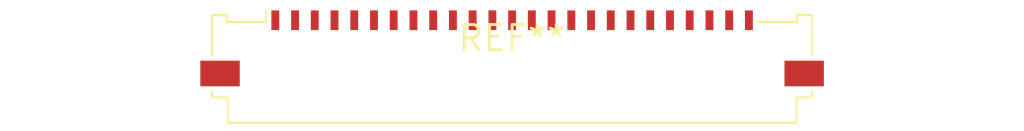
<source format=kicad_pcb>
(kicad_pcb (version 20240108) (generator pcbnew)
  (layers (0 "F.Cu" signal) (31 "B.Cu" signal) (34 "B.Paste" user) (35 "F.Paste" user) (36 "B.SilkS" user "B.Silkscreen") (37 "F.SilkS" user "F.Silkscreen") (38 "B.Mask" user) (39 "F.Mask" user) (44 "Edge.Cuts" user))
  (net 0 "")
  (footprint "Molex_200528-0250_1x25-1MP_P1.00mm_Horizontal" (layer "F.Cu") (at 0 0)
    (property "Reference" "REF**")
    (property "Value" "Molex_200528-0250_1x25-1MP_P1.00mm_Horizontal")
    (fp_line (start -15.21 -1.17) (end -15.21 0.88) (layer "F.SilkS") (stroke (width 0.12)))
    (fp_line (start -15.21 2.7) (end -15.21 3) (layer "F.SilkS") (stroke (width 0.12)))
    (fp_line (start -15.21 3) (end -14.41 3) (layer "F.SilkS") (stroke (width 0.12)))
    (fp_line (start -14.44 -1.17) (end -15.21 -1.17) (layer "F.SilkS") (stroke (width 0.12)))
    (fp_line (start -14.44 -0.82) (end -14.44 -1.17) (layer "F.SilkS") (stroke (width 0.12)))
    (fp_line (start -14.41 3) (end -14.41 4.3) (layer "F.SilkS") (stroke (width 0.12)))
    (fp_line (start -14.41 4.3) (end 14.41 4.3) (layer "F.SilkS") (stroke (width 0.12)))
    (fp_line (start -12.46 -1.41) (end -12.46 -0.82) (layer "F.SilkS") (stroke (width 0.12)))
    (fp_line (start -12.46 -0.82) (end -14.44 -0.82) (layer "F.SilkS") (stroke (width 0.12)))
    (fp_line (start 14.41 3) (end 15.21 3) (layer "F.SilkS") (stroke (width 0.12)))
    (fp_line (start 14.41 4.3) (end 14.41 3) (layer "F.SilkS") (stroke (width 0.12)))
    (fp_line (start 14.44 -1.17) (end 14.44 -0.82) (layer "F.SilkS") (stroke (width 0.12)))
    (fp_line (start 14.44 -0.82) (end 12.46 -0.82) (layer "F.SilkS") (stroke (width 0.12)))
    (fp_line (start 15.21 -1.17) (end 14.44 -1.17) (layer "F.SilkS") (stroke (width 0.12)))
    (fp_line (start 15.21 0.88) (end 15.21 -1.17) (layer "F.SilkS") (stroke (width 0.12)))
    (fp_line (start 15.21 3) (end 15.21 2.7) (layer "F.SilkS") (stroke (width 0.12)))
    (pad "1" smd rect (at -12 -0.91) (size 0.4 1) (layers "F.Cu" "F.Paste" "F.Mask"))
    (pad "2" smd rect (at -11 -0.91) (size 0.4 1) (layers "F.Cu" "F.Paste" "F.Mask"))
    (pad "3" smd rect (at -10 -0.91) (size 0.4 1) (layers "F.Cu" "F.Paste" "F.Mask"))
    (pad "4" smd rect (at -9 -0.91) (size 0.4 1) (layers "F.Cu" "F.Paste" "F.Mask"))
    (pad "5" smd rect (at -8 -0.91) (size 0.4 1) (layers "F.Cu" "F.Paste" "F.Mask"))
    (pad "6" smd rect (at -7 -0.91) (size 0.4 1) (layers "F.Cu" "F.Paste" "F.Mask"))
    (pad "7" smd rect (at -6 -0.91) (size 0.4 1) (layers "F.Cu" "F.Paste" "F.Mask"))
    (pad "8" smd rect (at -5 -0.91) (size 0.4 1) (layers "F.Cu" "F.Paste" "F.Mask"))
    (pad "9" smd rect (at -4 -0.91) (size 0.4 1) (layers "F.Cu" "F.Paste" "F.Mask"))
    (pad "10" smd rect (at -3 -0.91) (size 0.4 1) (layers "F.Cu" "F.Paste" "F.Mask"))
    (pad "11" smd rect (at -2 -0.91) (size 0.4 1) (layers "F.Cu" "F.Paste" "F.Mask"))
    (pad "12" smd rect (at -1 -0.91) (size 0.4 1) (layers "F.Cu" "F.Paste" "F.Mask"))
    (pad "13" smd rect (at 0 -0.91) (size 0.4 1) (layers "F.Cu" "F.Paste" "F.Mask"))
    (pad "14" smd rect (at 1 -0.91) (size 0.4 1) (layers "F.Cu" "F.Paste" "F.Mask"))
    (pad "15" smd rect (at 2 -0.91) (size 0.4 1) (layers "F.Cu" "F.Paste" "F.Mask"))
    (pad "16" smd rect (at 3 -0.91) (size 0.4 1) (layers "F.Cu" "F.Paste" "F.Mask"))
    (pad "17" smd rect (at 4 -0.91) (size 0.4 1) (layers "F.Cu" "F.Paste" "F.Mask"))
    (pad "18" smd rect (at 5 -0.91) (size 0.4 1) (layers "F.Cu" "F.Paste" "F.Mask"))
    (pad "19" smd rect (at 6 -0.91) (size 0.4 1) (layers "F.Cu" "F.Paste" "F.Mask"))
    (pad "20" smd rect (at 7 -0.91) (size 0.4 1) (layers "F.Cu" "F.Paste" "F.Mask"))
    (pad "21" smd rect (at 8 -0.91) (size 0.4 1) (layers "F.Cu" "F.Paste" "F.Mask"))
    (pad "22" smd rect (at 9 -0.91) (size 0.4 1) (layers "F.Cu" "F.Paste" "F.Mask"))
    (pad "23" smd rect (at 10 -0.91) (size 0.4 1) (layers "F.Cu" "F.Paste" "F.Mask"))
    (pad "24" smd rect (at 11 -0.91) (size 0.4 1) (layers "F.Cu" "F.Paste" "F.Mask"))
    (pad "25" smd rect (at 12 -0.91) (size 0.4 1) (layers "F.Cu" "F.Paste" "F.Mask"))
    (pad "MP" smd rect (at -14.8 1.79) (size 2 1.3) (layers "F.Cu" "F.Paste" "F.Mask"))
    (pad "MP" smd rect (at 14.8 1.79) (size 2 1.3) (layers "F.Cu" "F.Paste" "F.Mask"))
  )
)
</source>
